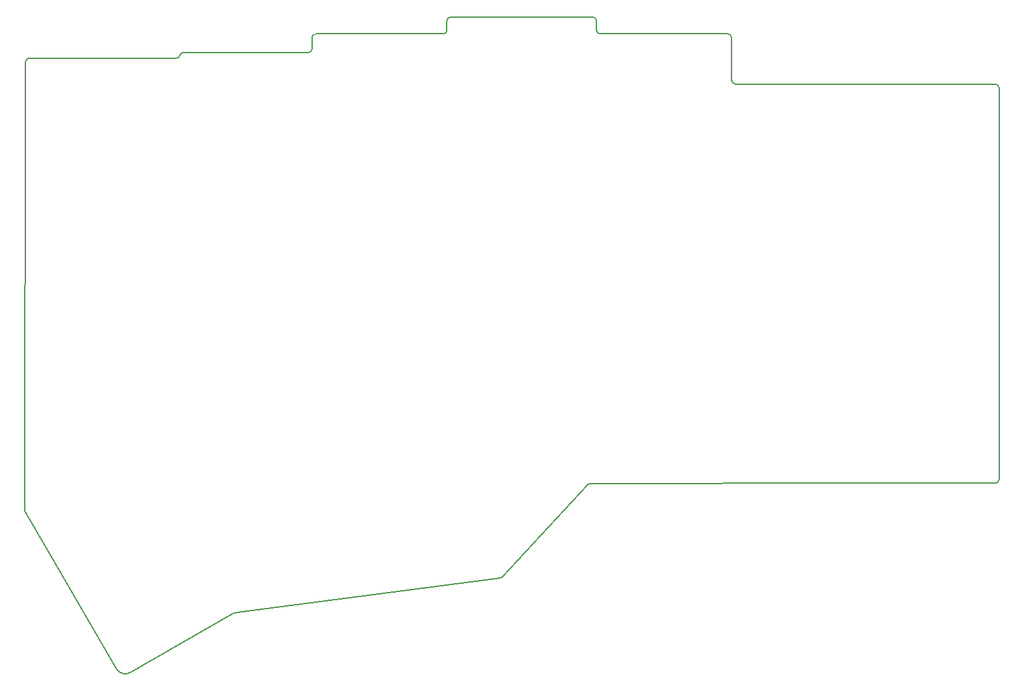
<source format=gm1>
G04 #@! TF.GenerationSoftware,KiCad,Pcbnew,(7.0.0-0)*
G04 #@! TF.CreationDate,2023-04-28T12:14:34+03:00*
G04 #@! TF.ProjectId,chococorne,63686f63-6f63-46f7-926e-652e6b696361,2.1*
G04 #@! TF.SameCoordinates,Original*
G04 #@! TF.FileFunction,Profile,NP*
%FSLAX46Y46*%
G04 Gerber Fmt 4.6, Leading zero omitted, Abs format (unit mm)*
G04 Created by KiCad (PCBNEW (7.0.0-0)) date 2023-04-28 12:14:34*
%MOMM*%
%LPD*%
G01*
G04 APERTURE LIST*
G04 #@! TA.AperFunction,Profile*
%ADD10C,0.150000*%
G04 #@! TD*
G04 APERTURE END LIST*
D10*
X224792970Y-51974020D02*
G75*
G03*
X224292980Y-51474020I-499970J30D01*
G01*
X205332980Y-51473970D02*
G75*
G03*
X204832980Y-51974020I20J-500020D01*
G01*
X242822970Y-54224020D02*
G75*
G03*
X242322980Y-53724020I-499970J30D01*
G01*
X211876636Y-126434973D02*
G75*
G03*
X212152500Y-126290000I-95136J515983D01*
G01*
X278012500Y-113740000D02*
X258902980Y-113744020D01*
X242322980Y-53724020D02*
X225292980Y-53724020D01*
X204332980Y-53723970D02*
G75*
G03*
X204832980Y-53224020I20J499980D01*
G01*
X278012500Y-60420000D02*
X258847500Y-60424020D01*
X224792970Y-53224020D02*
G75*
G03*
X225292980Y-53724020I500030J30D01*
G01*
X224292980Y-51474020D02*
X205332980Y-51474020D01*
X242832500Y-59920000D02*
X242822980Y-54224020D01*
X169692500Y-56209993D02*
G75*
G03*
X169202599Y-56610020I0J-499997D01*
G01*
X278512490Y-60920000D02*
G75*
G03*
X278012500Y-60420000I-499990J10D01*
G01*
X258847500Y-60424020D02*
X243332500Y-60420000D01*
X278012500Y-113739990D02*
G75*
G03*
X278512500Y-113240000I0J500000D01*
G01*
X162700512Y-138959491D02*
X176257980Y-131134020D01*
X176912424Y-131004368D02*
G75*
G03*
X176257980Y-131134020I333376J-3399322D01*
G01*
X149102500Y-56959990D02*
G75*
G03*
X148602500Y-57460000I0J-500000D01*
G01*
X204332980Y-53724020D02*
X187322980Y-53724020D01*
X186822980Y-54224020D02*
X186822980Y-55724020D01*
X186322980Y-56224020D02*
X169692500Y-56210000D01*
X176912424Y-131004364D02*
X211876637Y-126434977D01*
X224022500Y-113769998D02*
G75*
G03*
X223689693Y-113896852I0J-499992D01*
G01*
X168722598Y-56970068D02*
G75*
G03*
X169202598Y-56610020I2J499978D01*
G01*
X242832490Y-59920000D02*
G75*
G03*
X243332500Y-60420000I500010J10D01*
G01*
X168722598Y-56970020D02*
X149102500Y-56960000D01*
X224792980Y-53224020D02*
X224792980Y-51974020D01*
X160772485Y-138580010D02*
G75*
G03*
X162700512Y-138959491I1153015J770520D01*
G01*
X212152500Y-126290000D02*
X223689693Y-113896852D01*
X204832980Y-51974020D02*
X204832980Y-53224020D01*
X148522500Y-117400000D02*
X160772500Y-138580000D01*
X186322980Y-56223970D02*
G75*
G03*
X186822980Y-55724020I20J499980D01*
G01*
X148522500Y-117400000D02*
X148602500Y-57460000D01*
X258902980Y-113744020D02*
X224022500Y-113770000D01*
X187322980Y-53723970D02*
G75*
G03*
X186822980Y-54224020I20J-500020D01*
G01*
X278512500Y-113240000D02*
X278512500Y-60920000D01*
M02*

</source>
